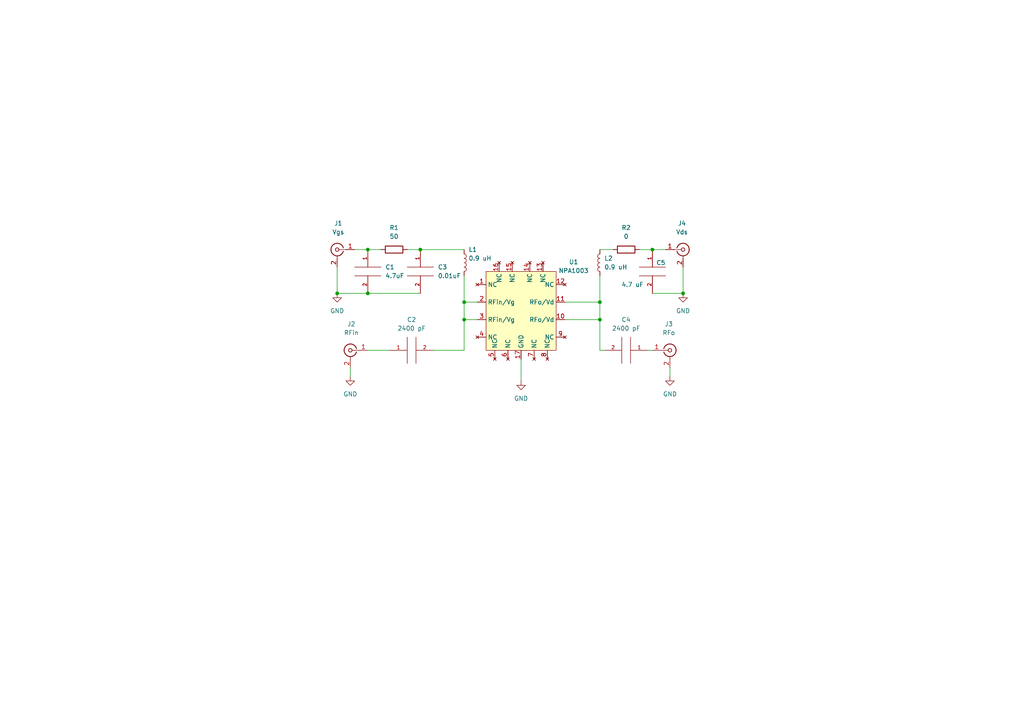
<source format=kicad_sch>
(kicad_sch (version 20211123) (generator eeschema)
  (paper "A4")
  (lib_symbols
    (symbol "Connector:Conn_Coaxial" (pin_names (offset 1.016) hide)
      (property "Reference" "J" (at 0.254 3.048 0))
      (property "Value" "Conn_Coaxial" (at 2.921 0 90))
      (symbol "Conn_Coaxial_0_1"
        (arc (start -1.778 -0.508) (mid 0.222 -1.808) (end 1.778 0) (stroke (width 0.254)))
        (polyline (pts (xy -2.54 0) (xy -0.508 0)))
        (polyline (pts (xy 0 -2.54) (xy 0 -1.778)))
        (circle (center 0 0) (radius 0.508) (stroke (width 0.2032)))
        (arc (start 1.778 0) (mid 0.2221 1.8083) (end -1.778 0.508) (stroke (width 0.254)))
      )
      (symbol "Conn_Coaxial_1_1"
        (pin passive line (at -5.08 0 0) (length 2.54) (name "In") (number "1"))
        (pin passive line (at 0 -5.08 90) (length 2.54) (name "Ext") (number "2"))
      )
    )
    (symbol "Device:L" (pin_numbers hide) (pin_names (offset 1.016) hide)
      (property "Reference" "L" (at -1.27 0 90))
      (property "Value" "L" (at 1.905 0 90))
      (symbol "L_0_1"
        (arc (start 0 -2.54) (mid 0.635 -1.905) (end 0 -1.27))
        (arc (start 0 -1.27) (mid 0.635 -0.635) (end 0 0))
        (arc (start 0 0) (mid 0.635 0.635) (end 0 1.27))
        (arc (start 0 1.27) (mid 0.635 1.905) (end 0 2.54))
      )
      (symbol "L_1_1"
        (pin passive line (at 0 3.81 270) (length 1.27) (name "1") (number "1"))
        (pin passive line (at 0 -3.81 90) (length 1.27) (name "2") (number "2"))
      )
    )
    (symbol "Device:R" (pin_numbers hide) (pin_names (offset 0))
      (property "Reference" "R" (at 2.032 0 90))
      (property "Value" "R" (at 0 0 90))
      (symbol "R_0_1"
        (rectangle (start -1.016 -2.54) (end 1.016 2.54) (stroke (width 0.254)))
      )
      (symbol "R_1_1"
        (pin passive line (at 0 3.81 270) (length 1.27) (name "~") (number "1"))
        (pin passive line (at 0 -3.81 90) (length 1.27) (name "~") (number "2"))
      )
    )
    (symbol "NPA1003QA:NPA1003"
      (property "Reference" "U" (at 16.51 13.97 0))
      (property "Value" "NPA1003" (at 16.51 11.43 0))
      (symbol "NPA1003_0_1"
        (rectangle (start -10.16 11.43) (end 10.16 -11.43) (fill (type background)))
      )
      (symbol "NPA1003_1_1"
        (pin no_connect line (at -12.7 7.62 0) (length 2.54) (name "NC") (number "1"))
        (pin input line (at 12.7 -2.54 180) (length 2.54) (name "RFo/Vd") (number "10"))
        (pin input line (at 12.7 2.54 180) (length 2.54) (name "RFo/Vd") (number "11"))
        (pin no_connect line (at 12.7 7.62 180) (length 2.54) (name "NC") (number "12"))
        (pin no_connect line (at 6.35 13.97 270) (length 2.54) (name "NC") (number "13"))
        (pin no_connect line (at 2.54 13.97 270) (length 2.54) (name "NC") (number "14"))
        (pin no_connect line (at -2.54 13.97 270) (length 2.54) (name "NC") (number "15"))
        (pin no_connect line (at -6.35 13.97 270) (length 2.54) (name "NC") (number "16"))
        (pin passive line (at 0 -13.97 90) (length 2.54) (name "GND") (number "17"))
        (pin input line (at -12.7 2.54 0) (length 2.54) (name "RFin/Vg") (number "2"))
        (pin input line (at -12.7 -2.54 0) (length 2.54) (name "RFin/Vg") (number "3"))
        (pin no_connect line (at -12.7 -7.62 0) (length 2.54) (name "NC") (number "4"))
        (pin no_connect line (at -7.62 -13.97 90) (length 2.54) (name "NC") (number "5"))
        (pin no_connect line (at -3.81 -13.97 90) (length 2.54) (name "NC") (number "6"))
        (pin no_connect line (at 3.81 -13.97 90) (length 2.54) (name "NC") (number "7"))
        (pin no_connect line (at 7.62 -13.97 90) (length 2.54) (name "NC") (number "8"))
        (pin no_connect line (at 12.7 -7.62 180) (length 2.54) (name "NC") (number "9"))
      )
    )
    (symbol "power:GND" (power) (pin_names (offset 0))
      (property "Value" "GND" (at 0 -3.81 0))
      (symbol "GND_0_1"
        (polyline (pts (xy 0 0) (xy 0 -1.27) (xy 1.27 -1.27) (xy 0 -2.54) (xy -1.27 -1.27) (xy 0 -1.27)))
      )
      (symbol "GND_1_1"
        (pin power_in line (at 0 0 270) (length 0) hide (name "GND") (number "1"))
      )
    )
    (symbol "pspice:C" (pin_names (offset 0.254))
      (property "Reference" "C" (at 2.54 3.81 90))
      (property "Value" "C" (at 2.54 -3.81 90))
      (symbol "C_0_1"
        (polyline (pts (xy -3.81 -1.27) (xy 3.81 -1.27)))
        (polyline (pts (xy -3.81 1.27) (xy 3.81 1.27)))
      )
      (symbol "C_1_1"
        (pin passive line (at 0 6.35 270) (length 5.08) (name "~") (number "1"))
        (pin passive line (at 0 -6.35 90) (length 5.08) (name "~") (number "2"))
      )
    )
  )
  (junction (at 189.23 72.39))
  (junction (at 97.79 85.09))
  (junction (at 121.92 72.39))
  (junction (at 173.99 87.63))
  (junction (at 106.68 85.09))
  (junction (at 134.62 87.63))
  (junction (at 198.12 85.09))
  (junction (at 106.68 72.39))
  (junction (at 173.99 92.71))
  (junction (at 134.62 92.71))
  (wire (pts (xy 106.68 85.09) (xy 121.92 85.09)))
  (wire (pts (xy 151.13 104.14) (xy 151.13 110.49)))
  (wire (pts (xy 163.83 87.63) (xy 173.99 87.63)))
  (wire (pts (xy 173.99 80.01) (xy 173.99 87.63)))
  (wire (pts (xy 97.79 77.47) (xy 97.79 85.09)))
  (wire (pts (xy 97.79 85.09) (xy 106.68 85.09)))
  (wire (pts (xy 134.62 101.6) (xy 125.73 101.6)))
  (wire (pts (xy 106.68 72.39) (xy 110.49 72.39)))
  (wire (pts (xy 101.6 106.68) (xy 101.6 109.22)))
  (wire (pts (xy 189.23 72.39) (xy 185.42 72.39)))
  (wire (pts (xy 173.99 87.63) (xy 173.99 92.71)))
  (wire (pts (xy 134.62 87.63) (xy 134.62 92.71)))
  (wire (pts (xy 173.99 72.39) (xy 177.8 72.39)))
  (wire (pts (xy 198.12 85.09) (xy 189.23 85.09)))
  (wire (pts (xy 134.62 87.63) (xy 138.43 87.63)))
  (wire (pts (xy 189.23 101.6) (xy 187.96 101.6)))
  (wire (pts (xy 193.04 72.39) (xy 189.23 72.39)))
  (wire (pts (xy 173.99 92.71) (xy 173.99 101.6)))
  (wire (pts (xy 118.11 72.39) (xy 121.92 72.39)))
  (wire (pts (xy 198.12 77.47) (xy 198.12 85.09)))
  (wire (pts (xy 163.83 92.71) (xy 173.99 92.71)))
  (wire (pts (xy 134.62 80.01) (xy 134.62 87.63)))
  (wire (pts (xy 134.62 92.71) (xy 134.62 101.6)))
  (wire (pts (xy 134.62 92.71) (xy 138.43 92.71)))
  (wire (pts (xy 194.31 106.68) (xy 194.31 109.22)))
  (wire (pts (xy 102.87 72.39) (xy 106.68 72.39)))
  (wire (pts (xy 106.68 101.6) (xy 113.03 101.6)))
  (wire (pts (xy 173.99 101.6) (xy 175.26 101.6)))
  (wire (pts (xy 121.92 72.39) (xy 134.62 72.39)))
  (symbol (lib_id "Device:R") (at 181.61 72.39 270) (mirror x) (unit 1)
    (property "Reference" "R2" (at 181.61 66.04 90))
    (property "Value" "0" (at 181.61 68.58 90))
    (property "Footprint" "Resistor_SMD:R_1210_3225Metric_Pad1.30x2.65mm_HandSolder" (effects hide))
  )
  (symbol (lib_id "Connector:Conn_Coaxial") (at 97.79 72.39 0) (mirror y) (unit 1)
    (property "Reference" "J1" (at 98.1074 64.77 0))
    (property "Value" "Vgs" (at 98.1074 67.31 0))
    (property "Footprint" "Connector_Coaxial:SMA_Amphenol_132203-12_Horizontal" (effects hide))
    (property "Datasheet" " ~" (effects hide))
  )
  (symbol (lib_id "pspice:C") (at 119.38 101.6 90) (unit 1)
    (property "Reference" "C2" (at 119.38 92.71 90))
    (property "Value" "2400 pF" (at 119.38 95.25 90))
    (property "Footprint" "Capacitor_SMD:C_0805_2012Metric" (effects hide))
  )
  (symbol (lib_id "Connector:Conn_Coaxial") (at 198.12 72.39 0) (unit 1)
    (property "Reference" "J4" (at 197.8026 64.77 0))
    (property "Value" "Vds" (at 197.8026 67.31 0))
    (property "Footprint" "Connector_Coaxial:SMA_Amphenol_132203-12_Horizontal" (effects hide))
    (property "Datasheet" " ~" (effects hide))
  )
  (symbol (lib_id "power:GND") (at 194.31 109.22 0) (mirror y) (unit 1)
    (property "Reference" "#PWR04" (effects hide))
    (property "Value" "GND" (at 194.31 114.3 0))
  )
  (symbol (lib_id "NPA1003QA:NPA1003") (at 151.13 90.17 0) (unit 1)
    (property "Reference" "U1" (at 166.37 75.9712 0))
    (property "Value" "NPA1003" (at 166.37 78.5112 0))
    (property "Footprint" "Package_DFN_QFN:QFN-16-1EP_4x4mm_P0.65mm_EP2.1x2.1mm_ThermalVias" (effects hide))
  )
  (symbol (lib_id "Connector:Conn_Coaxial") (at 194.31 101.6 0) (unit 1)
    (property "Reference" "J3" (at 193.9926 93.98 0))
    (property "Value" "RFo" (at 193.9926 96.52 0))
    (property "Footprint" "Connector_Coaxial:SMA_Amphenol_132203-12_Horizontal" (effects hide))
    (property "Datasheet" " ~" (effects hide))
  )
  (symbol (lib_id "Connector:Conn_Coaxial") (at 101.6 101.6 0) (mirror y) (unit 1)
    (property "Reference" "J2" (at 101.9174 93.98 0))
    (property "Value" "RFin" (at 101.9174 96.52 0))
    (property "Footprint" "Connector_Coaxial:SMA_Amphenol_132203-12_Horizontal" (effects hide))
    (property "Datasheet" " ~" (effects hide))
  )
  (symbol (lib_id "pspice:C") (at 181.61 101.6 270) (mirror x) (unit 1)
    (property "Reference" "C4" (at 181.61 92.71 90))
    (property "Value" "2400 pF" (at 181.61 95.25 90))
    (property "Footprint" "Capacitor_SMD:C_0805_2012Metric" (effects hide))
  )
  (symbol (lib_id "power:GND") (at 198.12 85.09 0) (mirror y) (unit 1)
    (property "Reference" "#PWR05" (effects hide))
    (property "Value" "GND" (at 198.12 90.17 0))
  )
  (symbol (lib_id "Device:R") (at 114.3 72.39 90) (unit 1)
    (property "Reference" "R1" (at 114.3 66.04 90))
    (property "Value" "50" (at 114.3 68.58 90))
    (property "Footprint" "Resistor_SMD:R_1210_3225Metric_Pad1.30x2.65mm_HandSolder" (effects hide))
  )
  (symbol (lib_id "power:GND") (at 101.6 109.22 0) (unit 1)
    (property "Reference" "#PWR02" (effects hide))
    (property "Value" "GND" (at 101.6 114.3 0))
  )
  (symbol (lib_id "power:GND") (at 151.13 110.49 0) (unit 1)
    (property "Reference" "#PWR03" (effects hide))
    (property "Value" "GND" (at 151.13 115.57 0))
  )
  (symbol (lib_id "Device:L") (at 173.99 76.2 0) (mirror y) (unit 1)
    (property "Reference" "L2" (at 175.26 74.9299 0) (effects (justify right)))
    (property "Value" "0.9 uH" (at 175.26 77.4699 0) (effects (justify right)))
    (property "Footprint" "Inductor_THT:L_Axial_L5.3mm_D2.2mm_P7.62mm_Horizontal_Vishay_IM-1" (effects hide))
  )
  (symbol (lib_id "power:GND") (at 97.79 85.09 0) (unit 1)
    (property "Reference" "#PWR01" (effects hide))
    (property "Value" "GND" (at 97.79 90.17 0))
  )
  (symbol (lib_id "pspice:C") (at 121.92 78.74 0) (unit 1)
    (property "Reference" "C3" (at 127 77.4699 0) (effects (justify left)))
    (property "Value" "0.01uF" (at 127 80.0099 0) (effects (justify left)))
    (property "Footprint" "Capacitor_SMD:C_1210_3225Metric_Pad1.33x2.70mm_HandSolder" (effects hide))
  )
  (symbol (lib_id "pspice:C") (at 106.68 78.74 0) (unit 1)
    (property "Reference" "C1" (at 111.76 77.4699 0) (effects (justify left)))
    (property "Value" "4.7uF" (at 111.76 80.0099 0) (effects (justify left)))
    (property "Footprint" "Capacitor_SMD:C_0805_2012Metric" (effects hide))
  )
  (symbol (lib_id "Device:L") (at 134.62 76.2 0) (unit 1)
    (property "Reference" "L1" (at 135.89 72.39 0) (effects (justify left)))
    (property "Value" "0.9 uH" (at 135.89 74.93 0) (effects (justify left)))
    (property "Footprint" "Inductor_THT:L_Axial_L5.3mm_D2.2mm_P7.62mm_Horizontal_Vishay_IM-1" (effects hide))
  )
  (symbol (lib_id "pspice:C") (at 189.23 78.74 0) (mirror y) (unit 1)
    (property "Reference" "C5" (at 193.04 76.2 0) (effects (justify left)))
    (property "Value" "4.7 uF" (at 186.69 82.55 0) (effects (justify left)))
    (property "Footprint" "Capacitor_SMD:C_0805_2012Metric" (effects hide))
  )
)
</source>
